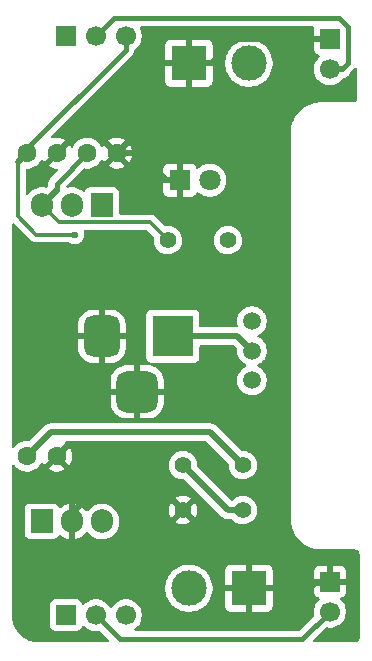
<source format=gbr>
%TF.GenerationSoftware,KiCad,Pcbnew,9.0.3*%
%TF.CreationDate,2025-07-16T16:29:30-04:00*%
%TF.ProjectId,Breadboard_Power_Supply,42726561-6462-46f6-9172-645f506f7765,rev?*%
%TF.SameCoordinates,Original*%
%TF.FileFunction,Copper,L2,Bot*%
%TF.FilePolarity,Positive*%
%FSLAX46Y46*%
G04 Gerber Fmt 4.6, Leading zero omitted, Abs format (unit mm)*
G04 Created by KiCad (PCBNEW 9.0.3) date 2025-07-16 16:29:30*
%MOMM*%
%LPD*%
G01*
G04 APERTURE LIST*
G04 Aperture macros list*
%AMRoundRect*
0 Rectangle with rounded corners*
0 $1 Rounding radius*
0 $2 $3 $4 $5 $6 $7 $8 $9 X,Y pos of 4 corners*
0 Add a 4 corners polygon primitive as box body*
4,1,4,$2,$3,$4,$5,$6,$7,$8,$9,$2,$3,0*
0 Add four circle primitives for the rounded corners*
1,1,$1+$1,$2,$3*
1,1,$1+$1,$4,$5*
1,1,$1+$1,$6,$7*
1,1,$1+$1,$8,$9*
0 Add four rect primitives between the rounded corners*
20,1,$1+$1,$2,$3,$4,$5,0*
20,1,$1+$1,$4,$5,$6,$7,0*
20,1,$1+$1,$6,$7,$8,$9,0*
20,1,$1+$1,$8,$9,$2,$3,0*%
G04 Aperture macros list end*
%TA.AperFunction,ComponentPad*%
%ADD10C,1.600000*%
%TD*%
%TA.AperFunction,ComponentPad*%
%ADD11R,3.000000X3.000000*%
%TD*%
%TA.AperFunction,ComponentPad*%
%ADD12C,3.000000*%
%TD*%
%TA.AperFunction,ComponentPad*%
%ADD13C,1.400000*%
%TD*%
%TA.AperFunction,ComponentPad*%
%ADD14R,1.905000X2.000000*%
%TD*%
%TA.AperFunction,ComponentPad*%
%ADD15O,1.905000X2.000000*%
%TD*%
%TA.AperFunction,ComponentPad*%
%ADD16C,1.508000*%
%TD*%
%TA.AperFunction,ComponentPad*%
%ADD17R,1.700000X1.700000*%
%TD*%
%TA.AperFunction,ComponentPad*%
%ADD18C,1.700000*%
%TD*%
%TA.AperFunction,ComponentPad*%
%ADD19R,1.800000X1.800000*%
%TD*%
%TA.AperFunction,ComponentPad*%
%ADD20C,1.800000*%
%TD*%
%TA.AperFunction,ComponentPad*%
%ADD21R,3.500000X3.500000*%
%TD*%
%TA.AperFunction,ComponentPad*%
%ADD22RoundRect,0.750000X-0.750000X-1.000000X0.750000X-1.000000X0.750000X1.000000X-0.750000X1.000000X0*%
%TD*%
%TA.AperFunction,ComponentPad*%
%ADD23RoundRect,0.875000X-0.875000X-0.875000X0.875000X-0.875000X0.875000X0.875000X-0.875000X0.875000X0*%
%TD*%
%TA.AperFunction,ViaPad*%
%ADD24C,0.600000*%
%TD*%
%TA.AperFunction,Conductor*%
%ADD25C,0.400000*%
%TD*%
%TA.AperFunction,Conductor*%
%ADD26C,0.500000*%
%TD*%
%TA.AperFunction,Conductor*%
%ADD27C,0.300000*%
%TD*%
%TA.AperFunction,Conductor*%
%ADD28C,0.600000*%
%TD*%
G04 APERTURE END LIST*
D10*
%TO.P,C1,1*%
%TO.N,12V*%
X114162000Y-67609500D03*
%TO.P,C1,2*%
%TO.N,GND*%
X116662000Y-67609500D03*
%TD*%
D11*
%TO.P,J7,1,Pin_1*%
%TO.N,GND*%
X127858000Y-104439500D03*
D12*
%TO.P,J7,2,Pin_2*%
%TO.N,Net-(J1-Pin_2)*%
X122778000Y-104439500D03*
%TD*%
D13*
%TO.P,R1,1*%
%TO.N,Net-(D1-A)*%
X126075000Y-74975500D03*
%TO.P,R1,2*%
%TO.N,12V*%
X120995000Y-74975500D03*
%TD*%
%TO.P,R3,1*%
%TO.N,GND*%
X122270000Y-97835500D03*
%TO.P,R3,2*%
%TO.N,Net-(U2-ADJ)*%
X127350000Y-97835500D03*
%TD*%
D10*
%TO.P,C2,1*%
%TO.N,5V*%
X109082000Y-67609500D03*
%TO.P,C2,2*%
%TO.N,GND*%
X111582000Y-67609500D03*
%TD*%
D11*
%TO.P,J5,1,Pin_1*%
%TO.N,GND*%
X122778000Y-59989500D03*
D12*
%TO.P,J5,2,Pin_2*%
%TO.N,Net-(J2-Pin_2)*%
X127858000Y-59989500D03*
%TD*%
D14*
%TO.P,U1,1,VI*%
%TO.N,12V*%
X110332000Y-98785500D03*
D15*
%TO.P,U1,2,GND*%
%TO.N,GND*%
X112872000Y-98785500D03*
%TO.P,U1,3,VO*%
%TO.N,5V*%
X115412000Y-98785500D03*
%TD*%
D14*
%TO.P,U2,1,ADJ*%
%TO.N,Net-(U2-ADJ)*%
X115412000Y-71993500D03*
D15*
%TO.P,U2,2,VO*%
%TO.N,3.3V*%
X112872000Y-71993500D03*
%TO.P,U2,3,VI*%
%TO.N,12V*%
X110332000Y-71993500D03*
%TD*%
D13*
%TO.P,R2,1*%
%TO.N,Net-(U2-ADJ)*%
X122270000Y-94025500D03*
%TO.P,R2,2*%
%TO.N,3.3V*%
X127350000Y-94025500D03*
%TD*%
D10*
%TO.P,C3,1*%
%TO.N,3.3V*%
X109082000Y-93263500D03*
%TO.P,C3,2*%
%TO.N,GND*%
X111582000Y-93263500D03*
%TD*%
D16*
%TO.P,S1,1*%
%TO.N,12V*%
X128112000Y-86833500D03*
%TO.P,S1,2*%
X128112000Y-84333500D03*
%TO.P,S1,3*%
%TO.N,unconnected-(S1-Pad3)*%
X128112000Y-81833500D03*
%TD*%
D17*
%TO.P,J2,1,Pin_1*%
%TO.N,GND*%
X134716000Y-103880700D03*
D18*
%TO.P,J2,2,Pin_2*%
%TO.N,Net-(J2-Pin_2)*%
X134716000Y-106420700D03*
%TD*%
D17*
%TO.P,J1,1,Pin_1*%
%TO.N,GND*%
X134716000Y-57952500D03*
D18*
%TO.P,J1,2,Pin_2*%
%TO.N,Net-(J1-Pin_2)*%
X134716000Y-60492500D03*
%TD*%
D19*
%TO.P,D1,1,K*%
%TO.N,GND*%
X122011000Y-69895500D03*
D20*
%TO.P,D1,2,A*%
%TO.N,Net-(D1-A)*%
X124551000Y-69895500D03*
%TD*%
D21*
%TO.P,J6,1*%
%TO.N,12V*%
X121412000Y-83103500D03*
D22*
%TO.P,J6,2*%
%TO.N,GND*%
X115412000Y-83103500D03*
D23*
%TO.P,J6,3*%
X118412000Y-87803500D03*
%TD*%
D17*
%TO.P,J4,1,Pin_1*%
%TO.N,3.3V*%
X112364000Y-106725500D03*
D18*
%TO.P,J4,2,Pin_2*%
%TO.N,Net-(J2-Pin_2)*%
X114904000Y-106725500D03*
%TO.P,J4,3,Pin_3*%
%TO.N,5V*%
X117444000Y-106725500D03*
%TD*%
D17*
%TO.P,J3,1,Pin_1*%
%TO.N,3.3V*%
X112364000Y-57703500D03*
D18*
%TO.P,J3,2,Pin_2*%
%TO.N,Net-(J1-Pin_2)*%
X114904000Y-57703500D03*
%TO.P,J3,3,Pin_3*%
%TO.N,5V*%
X117444000Y-57703500D03*
%TD*%
D24*
%TO.N,5V*%
X113136200Y-74501500D03*
%TD*%
D25*
%TO.N,12V*%
X111586200Y-70185300D02*
X111586200Y-70739300D01*
D26*
X111586200Y-70739300D02*
X110332000Y-71993500D01*
D27*
X111790000Y-73451500D02*
X110332000Y-71993500D01*
D25*
X114162000Y-67609500D02*
X111586200Y-70185300D01*
D27*
X119471000Y-73451500D02*
X111790000Y-73451500D01*
D26*
X121412000Y-83103500D02*
X126882000Y-83103500D01*
D27*
X120995000Y-74975500D02*
X119471000Y-73451500D01*
D26*
X126882000Y-83103500D02*
X128112000Y-84333500D01*
D25*
%TO.N,GND*%
X113360000Y-65831500D02*
X114884000Y-65831500D01*
X124579700Y-59989500D02*
X126616700Y-57952500D01*
X111582000Y-67609500D02*
X113360000Y-65831500D01*
D26*
X133005500Y-104439500D02*
X133564300Y-103880700D01*
X127858000Y-102407500D02*
X126842000Y-101391500D01*
X125826000Y-101391500D02*
X122270000Y-97835500D01*
X120809300Y-69895500D02*
X118523300Y-67609500D01*
X122778000Y-59989500D02*
X124579700Y-59989500D01*
X122011000Y-69895500D02*
X120809300Y-69895500D01*
X114396000Y-96565500D02*
X112872000Y-98089500D01*
X118523300Y-67609500D02*
X116662000Y-67609500D01*
X112872000Y-98089500D02*
X112872000Y-98785500D01*
D25*
X126616700Y-57952500D02*
X134716000Y-57952500D01*
D26*
X127858000Y-104439500D02*
X133005500Y-104439500D01*
X121000000Y-96565500D02*
X114396000Y-96565500D01*
D25*
X114884000Y-65831500D02*
X116662000Y-67609500D01*
D26*
X126842000Y-101391500D02*
X125826000Y-101391500D01*
X122270000Y-97835500D02*
X121000000Y-96565500D01*
D28*
X134716000Y-103880700D02*
X133564300Y-103880700D01*
D26*
X127858000Y-104439500D02*
X127858000Y-102407500D01*
D27*
%TO.N,5V*%
X108300000Y-72943500D02*
X109858000Y-74501500D01*
D26*
X109082000Y-67609500D02*
X108300000Y-68391500D01*
D25*
X117444000Y-57703500D02*
X117444000Y-58846500D01*
D26*
X109082000Y-67208500D02*
X109082000Y-67609500D01*
D27*
X109858000Y-74501500D02*
X113136200Y-74501500D01*
D25*
X117444000Y-58846500D02*
X109082000Y-67208500D01*
D27*
X108300000Y-68391500D02*
X108300000Y-72943500D01*
D26*
%TO.N,3.3V*%
X109082000Y-93263500D02*
X111114000Y-91231500D01*
X124556000Y-91231500D02*
X127350000Y-94025500D01*
X111114000Y-91231500D02*
X124556000Y-91231500D01*
%TO.N,Net-(J1-Pin_2)*%
X134716000Y-60492500D02*
X135737000Y-60492500D01*
D25*
X135737000Y-60492500D02*
X136240000Y-59989500D01*
X116086500Y-56521000D02*
X114904000Y-57703500D01*
X136240000Y-56941500D02*
X135819500Y-56521000D01*
X116428000Y-56179500D02*
X116086500Y-56521000D01*
X136240000Y-59989500D02*
X136240000Y-56941500D01*
X135819500Y-56521000D02*
X135478000Y-56179500D01*
X135478000Y-56179500D02*
X116428000Y-56179500D01*
%TO.N,Net-(J2-Pin_2)*%
X132379200Y-108757500D02*
X134716000Y-106420700D01*
X116936000Y-108757500D02*
X132379200Y-108757500D01*
X114904000Y-106725500D02*
X116936000Y-108757500D01*
D26*
%TO.N,Net-(U2-ADJ)*%
X127350000Y-97835500D02*
X126080000Y-97835500D01*
X126080000Y-97835500D02*
X122270000Y-94025500D01*
%TD*%
%TA.AperFunction,Conductor*%
%TO.N,GND*%
G36*
X133313772Y-56899685D02*
G01*
X133359527Y-56952489D01*
X133370022Y-57017256D01*
X133366000Y-57054655D01*
X133366000Y-57702500D01*
X134282988Y-57702500D01*
X134250075Y-57759507D01*
X134216000Y-57886674D01*
X134216000Y-58018326D01*
X134250075Y-58145493D01*
X134282988Y-58202500D01*
X133366000Y-58202500D01*
X133366000Y-58850344D01*
X133372401Y-58909872D01*
X133372403Y-58909879D01*
X133422645Y-59044586D01*
X133422649Y-59044593D01*
X133508809Y-59159687D01*
X133508812Y-59159690D01*
X133623906Y-59245850D01*
X133623913Y-59245854D01*
X133755470Y-59294922D01*
X133811404Y-59336793D01*
X133835821Y-59402258D01*
X133820969Y-59470531D01*
X133799819Y-59498785D01*
X133685889Y-59612715D01*
X133560951Y-59784679D01*
X133464444Y-59974085D01*
X133398753Y-60176260D01*
X133371316Y-60349495D01*
X133365500Y-60386213D01*
X133365500Y-60598787D01*
X133398754Y-60808743D01*
X133451448Y-60970919D01*
X133464444Y-61010914D01*
X133560951Y-61200320D01*
X133685890Y-61372286D01*
X133836213Y-61522609D01*
X134008179Y-61647548D01*
X134008181Y-61647549D01*
X134008184Y-61647551D01*
X134197588Y-61744057D01*
X134399757Y-61809746D01*
X134609713Y-61843000D01*
X134609714Y-61843000D01*
X134822286Y-61843000D01*
X134822287Y-61843000D01*
X135032243Y-61809746D01*
X135234412Y-61744057D01*
X135423816Y-61647551D01*
X135493570Y-61596872D01*
X135595786Y-61522609D01*
X135595788Y-61522606D01*
X135595792Y-61522604D01*
X135746104Y-61372292D01*
X135816432Y-61275491D01*
X135871762Y-61232825D01*
X135892548Y-61226761D01*
X135955913Y-61214158D01*
X136092495Y-61157584D01*
X136215416Y-61075451D01*
X136319951Y-60970916D01*
X136402084Y-60847995D01*
X136413803Y-60819700D01*
X136440680Y-60779475D01*
X136784113Y-60436043D01*
X136784117Y-60436035D01*
X136787971Y-60431341D01*
X136789548Y-60432635D01*
X136835996Y-60393809D01*
X136905320Y-60385093D01*
X136968351Y-60415240D01*
X137005078Y-60474679D01*
X137009500Y-60507499D01*
X137009500Y-63027742D01*
X137007973Y-63047141D01*
X136999773Y-63098911D01*
X136987785Y-63135807D01*
X136968474Y-63173707D01*
X136945670Y-63205093D01*
X136915593Y-63235170D01*
X136884207Y-63257974D01*
X136846307Y-63277285D01*
X136809411Y-63289273D01*
X136779068Y-63294079D01*
X136757639Y-63297473D01*
X136738243Y-63299000D01*
X133800809Y-63299000D01*
X133618326Y-63321157D01*
X133496670Y-63335929D01*
X133345775Y-63373121D01*
X133199190Y-63409251D01*
X132973746Y-63494751D01*
X132912730Y-63517892D01*
X132912727Y-63517893D01*
X132912723Y-63517895D01*
X132912722Y-63517895D01*
X132641459Y-63660266D01*
X132641448Y-63660272D01*
X132389307Y-63834311D01*
X132389301Y-63834316D01*
X132159979Y-64037477D01*
X132159977Y-64037479D01*
X131956816Y-64266801D01*
X131956811Y-64266807D01*
X131782772Y-64518948D01*
X131782766Y-64518959D01*
X131640395Y-64790222D01*
X131640395Y-64790223D01*
X131640393Y-64790227D01*
X131640392Y-64790230D01*
X131617251Y-64851246D01*
X131531751Y-65076690D01*
X131531750Y-65076696D01*
X131458429Y-65374170D01*
X131443657Y-65495826D01*
X131421500Y-65678309D01*
X131421500Y-98750690D01*
X131421561Y-98751190D01*
X131458429Y-99054830D01*
X131475283Y-99123208D01*
X131531751Y-99352309D01*
X131559506Y-99425491D01*
X131640392Y-99638770D01*
X131640394Y-99638774D01*
X131640395Y-99638776D01*
X131640395Y-99638777D01*
X131782766Y-99910040D01*
X131782772Y-99910051D01*
X131956811Y-100162192D01*
X131956816Y-100162198D01*
X132159977Y-100391520D01*
X132159979Y-100391522D01*
X132389301Y-100594683D01*
X132389307Y-100594688D01*
X132508567Y-100677006D01*
X132641447Y-100768727D01*
X132912730Y-100911108D01*
X133135621Y-100995639D01*
X133199190Y-101019748D01*
X133199192Y-101019748D01*
X133199196Y-101019750D01*
X133496670Y-101093071D01*
X133731874Y-101121629D01*
X133800809Y-101130000D01*
X133800812Y-101130000D01*
X133888108Y-101130000D01*
X136682108Y-101130000D01*
X136741039Y-101130000D01*
X136754922Y-101130780D01*
X136763353Y-101131730D01*
X136848831Y-101141361D01*
X136875892Y-101147537D01*
X136958481Y-101176437D01*
X136983491Y-101188480D01*
X137057581Y-101235034D01*
X137079290Y-101252347D01*
X137141152Y-101314209D01*
X137158465Y-101335918D01*
X137205017Y-101410005D01*
X137217064Y-101435022D01*
X137245960Y-101517601D01*
X137252139Y-101544672D01*
X137262720Y-101638577D01*
X137263500Y-101652461D01*
X137263500Y-108496538D01*
X137262720Y-108510422D01*
X137252139Y-108604327D01*
X137245960Y-108631398D01*
X137217064Y-108713977D01*
X137205017Y-108738994D01*
X137158465Y-108813081D01*
X137141152Y-108834790D01*
X137079290Y-108896652D01*
X137057581Y-108913965D01*
X136983494Y-108960517D01*
X136958477Y-108972564D01*
X136875898Y-109001460D01*
X136848827Y-109007639D01*
X136754923Y-109018220D01*
X136741039Y-109019000D01*
X133407719Y-109019000D01*
X133340680Y-108999315D01*
X133294925Y-108946511D01*
X133284981Y-108877353D01*
X133314006Y-108813797D01*
X133320038Y-108807319D01*
X133523030Y-108604327D01*
X134346150Y-107781205D01*
X134407471Y-107747722D01*
X134453227Y-107746415D01*
X134511244Y-107755604D01*
X134609713Y-107771200D01*
X134609714Y-107771200D01*
X134822286Y-107771200D01*
X134822287Y-107771200D01*
X135032243Y-107737946D01*
X135234412Y-107672257D01*
X135423816Y-107575751D01*
X135445789Y-107559786D01*
X135595786Y-107450809D01*
X135595788Y-107450806D01*
X135595792Y-107450804D01*
X135746104Y-107300492D01*
X135746106Y-107300488D01*
X135746109Y-107300486D01*
X135871048Y-107128520D01*
X135871047Y-107128520D01*
X135871051Y-107128516D01*
X135967557Y-106939112D01*
X136033246Y-106736943D01*
X136066500Y-106526987D01*
X136066500Y-106314413D01*
X136033246Y-106104457D01*
X135967557Y-105902288D01*
X135871051Y-105712884D01*
X135871049Y-105712881D01*
X135871048Y-105712879D01*
X135746109Y-105540913D01*
X135632181Y-105426985D01*
X135598696Y-105365662D01*
X135603680Y-105295970D01*
X135645552Y-105240037D01*
X135676529Y-105223122D01*
X135808086Y-105174054D01*
X135808093Y-105174050D01*
X135923187Y-105087890D01*
X135923190Y-105087887D01*
X136009350Y-104972793D01*
X136009354Y-104972786D01*
X136059596Y-104838079D01*
X136059598Y-104838072D01*
X136065999Y-104778544D01*
X136066000Y-104778527D01*
X136066000Y-104130700D01*
X135149012Y-104130700D01*
X135181925Y-104073693D01*
X135216000Y-103946526D01*
X135216000Y-103814874D01*
X135181925Y-103687707D01*
X135149012Y-103630700D01*
X136066000Y-103630700D01*
X136066000Y-102982872D01*
X136065999Y-102982855D01*
X136059598Y-102923327D01*
X136059596Y-102923320D01*
X136009354Y-102788613D01*
X136009350Y-102788606D01*
X135923190Y-102673512D01*
X135923187Y-102673509D01*
X135808093Y-102587349D01*
X135808086Y-102587345D01*
X135673379Y-102537103D01*
X135673372Y-102537101D01*
X135613844Y-102530700D01*
X134966000Y-102530700D01*
X134966000Y-103447688D01*
X134908993Y-103414775D01*
X134781826Y-103380700D01*
X134650174Y-103380700D01*
X134523007Y-103414775D01*
X134466000Y-103447688D01*
X134466000Y-102530700D01*
X133818155Y-102530700D01*
X133758627Y-102537101D01*
X133758620Y-102537103D01*
X133623913Y-102587345D01*
X133623906Y-102587349D01*
X133508812Y-102673509D01*
X133508809Y-102673512D01*
X133422649Y-102788606D01*
X133422645Y-102788613D01*
X133372403Y-102923320D01*
X133372401Y-102923327D01*
X133366000Y-102982855D01*
X133366000Y-103630700D01*
X134282988Y-103630700D01*
X134250075Y-103687707D01*
X134216000Y-103814874D01*
X134216000Y-103946526D01*
X134250075Y-104073693D01*
X134282988Y-104130700D01*
X133366000Y-104130700D01*
X133366000Y-104778544D01*
X133372401Y-104838072D01*
X133372403Y-104838079D01*
X133422645Y-104972786D01*
X133422649Y-104972793D01*
X133508809Y-105087887D01*
X133508812Y-105087890D01*
X133623906Y-105174050D01*
X133623913Y-105174054D01*
X133755470Y-105223122D01*
X133811404Y-105264993D01*
X133835821Y-105330458D01*
X133820969Y-105398731D01*
X133799819Y-105426985D01*
X133685889Y-105540915D01*
X133560951Y-105712879D01*
X133464444Y-105902285D01*
X133464443Y-105902287D01*
X133464443Y-105902288D01*
X133431598Y-106003372D01*
X133398753Y-106104460D01*
X133365500Y-106314413D01*
X133365500Y-106526987D01*
X133365499Y-106526987D01*
X133390284Y-106683471D01*
X133381329Y-106752764D01*
X133355492Y-106790549D01*
X132125362Y-108020681D01*
X132064039Y-108054166D01*
X132037681Y-108057000D01*
X118290589Y-108057000D01*
X118223550Y-108037315D01*
X118177795Y-107984511D01*
X118167851Y-107915353D01*
X118196876Y-107851797D01*
X118217704Y-107832682D01*
X118323785Y-107755609D01*
X118323783Y-107755609D01*
X118323792Y-107755604D01*
X118474104Y-107605292D01*
X118474106Y-107605288D01*
X118474109Y-107605286D01*
X118599048Y-107433320D01*
X118599047Y-107433320D01*
X118599051Y-107433316D01*
X118695557Y-107243912D01*
X118761246Y-107041743D01*
X118794500Y-106831787D01*
X118794500Y-106619213D01*
X118761246Y-106409257D01*
X118695557Y-106207088D01*
X118599051Y-106017684D01*
X118599049Y-106017681D01*
X118599048Y-106017679D01*
X118474109Y-105845713D01*
X118323786Y-105695390D01*
X118151820Y-105570451D01*
X117962414Y-105473944D01*
X117962413Y-105473943D01*
X117962412Y-105473943D01*
X117760243Y-105408254D01*
X117760241Y-105408253D01*
X117760240Y-105408253D01*
X117598957Y-105382708D01*
X117550287Y-105375000D01*
X117337713Y-105375000D01*
X117289042Y-105382708D01*
X117127760Y-105408253D01*
X116925585Y-105473944D01*
X116736179Y-105570451D01*
X116564213Y-105695390D01*
X116413890Y-105845713D01*
X116288949Y-106017682D01*
X116284484Y-106026446D01*
X116236509Y-106077242D01*
X116168688Y-106094036D01*
X116102553Y-106071498D01*
X116063516Y-106026446D01*
X116059050Y-106017682D01*
X115934109Y-105845713D01*
X115783786Y-105695390D01*
X115611820Y-105570451D01*
X115422414Y-105473944D01*
X115422413Y-105473943D01*
X115422412Y-105473943D01*
X115220243Y-105408254D01*
X115220241Y-105408253D01*
X115220240Y-105408253D01*
X115058957Y-105382708D01*
X115010287Y-105375000D01*
X114797713Y-105375000D01*
X114749042Y-105382708D01*
X114587760Y-105408253D01*
X114385585Y-105473944D01*
X114196179Y-105570451D01*
X114024215Y-105695389D01*
X113910673Y-105808931D01*
X113849350Y-105842415D01*
X113779658Y-105837431D01*
X113723725Y-105795559D01*
X113706810Y-105764582D01*
X113657797Y-105633171D01*
X113657793Y-105633164D01*
X113571547Y-105517955D01*
X113571544Y-105517952D01*
X113456335Y-105431706D01*
X113456328Y-105431702D01*
X113321482Y-105381408D01*
X113321483Y-105381408D01*
X113261883Y-105375001D01*
X113261881Y-105375000D01*
X113261873Y-105375000D01*
X113261864Y-105375000D01*
X111466129Y-105375000D01*
X111466123Y-105375001D01*
X111406516Y-105381408D01*
X111271671Y-105431702D01*
X111271664Y-105431706D01*
X111156455Y-105517952D01*
X111156452Y-105517955D01*
X111070206Y-105633164D01*
X111070202Y-105633171D01*
X111019908Y-105768017D01*
X111013501Y-105827616D01*
X111013500Y-105827635D01*
X111013500Y-107623370D01*
X111013501Y-107623376D01*
X111019908Y-107682983D01*
X111070202Y-107817828D01*
X111070206Y-107817835D01*
X111156452Y-107933044D01*
X111156455Y-107933047D01*
X111271664Y-108019293D01*
X111271671Y-108019297D01*
X111406517Y-108069591D01*
X111406516Y-108069591D01*
X111413444Y-108070335D01*
X111466127Y-108076000D01*
X113261872Y-108075999D01*
X113321483Y-108069591D01*
X113456331Y-108019296D01*
X113571546Y-107933046D01*
X113657796Y-107817831D01*
X113706810Y-107686416D01*
X113748681Y-107630484D01*
X113814145Y-107606066D01*
X113882418Y-107620917D01*
X113910673Y-107642069D01*
X114024213Y-107755609D01*
X114196179Y-107880548D01*
X114196181Y-107880549D01*
X114196184Y-107880551D01*
X114385588Y-107977057D01*
X114587757Y-108042746D01*
X114797713Y-108076000D01*
X114797714Y-108076000D01*
X115010286Y-108076000D01*
X115010287Y-108076000D01*
X115166771Y-108051215D01*
X115236064Y-108060170D01*
X115273850Y-108086007D01*
X115995162Y-108807319D01*
X116028647Y-108868642D01*
X116023663Y-108938334D01*
X115981791Y-108994267D01*
X115916327Y-109018684D01*
X115907481Y-109019000D01*
X110081751Y-109019000D01*
X110074264Y-109018774D01*
X109809035Y-109002730D01*
X109794170Y-109000925D01*
X109536501Y-108953705D01*
X109521963Y-108950121D01*
X109271881Y-108872193D01*
X109257880Y-108866884D01*
X109018996Y-108759371D01*
X109005737Y-108752412D01*
X108781562Y-108616893D01*
X108769239Y-108608387D01*
X108563029Y-108446832D01*
X108551821Y-108436902D01*
X108366597Y-108251678D01*
X108356667Y-108240470D01*
X108343156Y-108223224D01*
X108195108Y-108034254D01*
X108186610Y-108021943D01*
X108051084Y-107797756D01*
X108044131Y-107784510D01*
X107936613Y-107545614D01*
X107931306Y-107531618D01*
X107900675Y-107433320D01*
X107853377Y-107281535D01*
X107849794Y-107266998D01*
X107802574Y-107009329D01*
X107800769Y-106994464D01*
X107784726Y-106729236D01*
X107784500Y-106721749D01*
X107784500Y-104308372D01*
X120777500Y-104308372D01*
X120777500Y-104570627D01*
X120789423Y-104661184D01*
X120811730Y-104830616D01*
X120849826Y-104972793D01*
X120879602Y-105083918D01*
X120879605Y-105083928D01*
X120979953Y-105326190D01*
X120979958Y-105326200D01*
X121111075Y-105553303D01*
X121270718Y-105761351D01*
X121270726Y-105761360D01*
X121456140Y-105946774D01*
X121456148Y-105946781D01*
X121664196Y-106106424D01*
X121891299Y-106237541D01*
X121891309Y-106237546D01*
X122034096Y-106296690D01*
X122133581Y-106337898D01*
X122386884Y-106405770D01*
X122635188Y-106438460D01*
X122643074Y-106439499D01*
X122646880Y-106440000D01*
X122646887Y-106440000D01*
X122909113Y-106440000D01*
X122909120Y-106440000D01*
X123169116Y-106405770D01*
X123422419Y-106337898D01*
X123664697Y-106237543D01*
X123891803Y-106106424D01*
X124099851Y-105946782D01*
X124099855Y-105946777D01*
X124099860Y-105946774D01*
X124285274Y-105761360D01*
X124285277Y-105761355D01*
X124285282Y-105761351D01*
X124444924Y-105553303D01*
X124576043Y-105326197D01*
X124588564Y-105295970D01*
X124676394Y-105083928D01*
X124676398Y-105083919D01*
X124744270Y-104830616D01*
X124778500Y-104570620D01*
X124778500Y-104308380D01*
X124744270Y-104048384D01*
X124676398Y-103795081D01*
X124584696Y-103573693D01*
X124576046Y-103552809D01*
X124576041Y-103552799D01*
X124444924Y-103325696D01*
X124285281Y-103117648D01*
X124285274Y-103117640D01*
X124099860Y-102932226D01*
X124099851Y-102932218D01*
X124046989Y-102891655D01*
X125858000Y-102891655D01*
X125858000Y-104189500D01*
X127138936Y-104189500D01*
X127127207Y-104217816D01*
X127098000Y-104364647D01*
X127098000Y-104514353D01*
X127127207Y-104661184D01*
X127138936Y-104689500D01*
X125858000Y-104689500D01*
X125858000Y-105987344D01*
X125864401Y-106046872D01*
X125864403Y-106046879D01*
X125914645Y-106181586D01*
X125914649Y-106181593D01*
X126000809Y-106296687D01*
X126000812Y-106296690D01*
X126115906Y-106382850D01*
X126115913Y-106382854D01*
X126250620Y-106433096D01*
X126250627Y-106433098D01*
X126310155Y-106439499D01*
X126310172Y-106439500D01*
X127608000Y-106439500D01*
X127608000Y-105158564D01*
X127636316Y-105170293D01*
X127783147Y-105199500D01*
X127932853Y-105199500D01*
X128079684Y-105170293D01*
X128108000Y-105158564D01*
X128108000Y-106439500D01*
X129405828Y-106439500D01*
X129405844Y-106439499D01*
X129465372Y-106433098D01*
X129465379Y-106433096D01*
X129600086Y-106382854D01*
X129600093Y-106382850D01*
X129715187Y-106296690D01*
X129715190Y-106296687D01*
X129801350Y-106181593D01*
X129801354Y-106181586D01*
X129851596Y-106046879D01*
X129851598Y-106046872D01*
X129857999Y-105987344D01*
X129858000Y-105987327D01*
X129858000Y-104689500D01*
X128577064Y-104689500D01*
X128588793Y-104661184D01*
X128618000Y-104514353D01*
X128618000Y-104364647D01*
X128588793Y-104217816D01*
X128577064Y-104189500D01*
X129858000Y-104189500D01*
X129858000Y-102891672D01*
X129857999Y-102891655D01*
X129851598Y-102832127D01*
X129851596Y-102832120D01*
X129801354Y-102697413D01*
X129801350Y-102697406D01*
X129715190Y-102582312D01*
X129715187Y-102582309D01*
X129600093Y-102496149D01*
X129600086Y-102496145D01*
X129465379Y-102445903D01*
X129465372Y-102445901D01*
X129405844Y-102439500D01*
X128108000Y-102439500D01*
X128108000Y-103720435D01*
X128079684Y-103708707D01*
X127932853Y-103679500D01*
X127783147Y-103679500D01*
X127636316Y-103708707D01*
X127608000Y-103720435D01*
X127608000Y-102439500D01*
X126310155Y-102439500D01*
X126250627Y-102445901D01*
X126250620Y-102445903D01*
X126115913Y-102496145D01*
X126115906Y-102496149D01*
X126000812Y-102582309D01*
X126000809Y-102582312D01*
X125914649Y-102697406D01*
X125914645Y-102697413D01*
X125864403Y-102832120D01*
X125864401Y-102832127D01*
X125858000Y-102891655D01*
X124046989Y-102891655D01*
X123891803Y-102772575D01*
X123664700Y-102641458D01*
X123664690Y-102641453D01*
X123422428Y-102541105D01*
X123422421Y-102541103D01*
X123422419Y-102541102D01*
X123169116Y-102473230D01*
X123111339Y-102465623D01*
X122909127Y-102439000D01*
X122909120Y-102439000D01*
X122646880Y-102439000D01*
X122646872Y-102439000D01*
X122415772Y-102469426D01*
X122386884Y-102473230D01*
X122301364Y-102496145D01*
X122133581Y-102541102D01*
X122133571Y-102541105D01*
X121891309Y-102641453D01*
X121891299Y-102641458D01*
X121664196Y-102772575D01*
X121456148Y-102932218D01*
X121270718Y-103117648D01*
X121111075Y-103325696D01*
X120979958Y-103552799D01*
X120979953Y-103552809D01*
X120879605Y-103795071D01*
X120879602Y-103795081D01*
X120811730Y-104048385D01*
X120777500Y-104308372D01*
X107784500Y-104308372D01*
X107784500Y-97737635D01*
X108879000Y-97737635D01*
X108879000Y-99833370D01*
X108879001Y-99833376D01*
X108885408Y-99892983D01*
X108935702Y-100027828D01*
X108935706Y-100027835D01*
X109021952Y-100143044D01*
X109021955Y-100143047D01*
X109137164Y-100229293D01*
X109137171Y-100229297D01*
X109272017Y-100279591D01*
X109272016Y-100279591D01*
X109278944Y-100280335D01*
X109331627Y-100286000D01*
X111332372Y-100285999D01*
X111391983Y-100279591D01*
X111526831Y-100229296D01*
X111642046Y-100143046D01*
X111728296Y-100027831D01*
X111738872Y-99999474D01*
X111780740Y-99943541D01*
X111846204Y-99919122D01*
X111914477Y-99933972D01*
X111927940Y-99942488D01*
X112110723Y-100075288D01*
X112314429Y-100179082D01*
X112531871Y-100249734D01*
X112622000Y-100264009D01*
X112622000Y-99276247D01*
X112659708Y-99298018D01*
X112799591Y-99335500D01*
X112944409Y-99335500D01*
X113084292Y-99298018D01*
X113122000Y-99276247D01*
X113122000Y-100264008D01*
X113212128Y-100249734D01*
X113429570Y-100179082D01*
X113633276Y-100075288D01*
X113818242Y-99940902D01*
X113979905Y-99779239D01*
X114041371Y-99694637D01*
X114096701Y-99651970D01*
X114166314Y-99645991D01*
X114228109Y-99678596D01*
X114242007Y-99694634D01*
X114303714Y-99779566D01*
X114465434Y-99941286D01*
X114650462Y-100075717D01*
X114724443Y-100113412D01*
X114854244Y-100179549D01*
X115071751Y-100250221D01*
X115071752Y-100250221D01*
X115071755Y-100250222D01*
X115297646Y-100286000D01*
X115297647Y-100286000D01*
X115526353Y-100286000D01*
X115526354Y-100286000D01*
X115752245Y-100250222D01*
X115752248Y-100250221D01*
X115752249Y-100250221D01*
X115969755Y-100179549D01*
X115969755Y-100179548D01*
X115969758Y-100179548D01*
X116173538Y-100075717D01*
X116358566Y-99941286D01*
X116520286Y-99779566D01*
X116654717Y-99594538D01*
X116758548Y-99390758D01*
X116788681Y-99298018D01*
X116829221Y-99173249D01*
X116829221Y-99173248D01*
X116829222Y-99173245D01*
X116865000Y-98947354D01*
X116865000Y-98843382D01*
X121615669Y-98843382D01*
X121615670Y-98843383D01*
X121641059Y-98861829D01*
X121809362Y-98947585D01*
X121988997Y-99005951D01*
X122175553Y-99035500D01*
X122364447Y-99035500D01*
X122551002Y-99005951D01*
X122730637Y-98947585D01*
X122898937Y-98861831D01*
X122924328Y-98843383D01*
X122924328Y-98843382D01*
X122270001Y-98189054D01*
X122270000Y-98189054D01*
X121615669Y-98843382D01*
X116865000Y-98843382D01*
X116865000Y-98623646D01*
X116829222Y-98397755D01*
X116829221Y-98397751D01*
X116829221Y-98397750D01*
X116758549Y-98180244D01*
X116725596Y-98115570D01*
X116654717Y-97976462D01*
X116520286Y-97791434D01*
X116469904Y-97741052D01*
X121070000Y-97741052D01*
X121070000Y-97929947D01*
X121099548Y-98116502D01*
X121157914Y-98296137D01*
X121243666Y-98464433D01*
X121262116Y-98489828D01*
X121916446Y-97835500D01*
X121916446Y-97835499D01*
X121870369Y-97789422D01*
X121920000Y-97789422D01*
X121920000Y-97881578D01*
X121943852Y-97970595D01*
X121989930Y-98050405D01*
X122055095Y-98115570D01*
X122134905Y-98161648D01*
X122223922Y-98185500D01*
X122316078Y-98185500D01*
X122405095Y-98161648D01*
X122484905Y-98115570D01*
X122550070Y-98050405D01*
X122596148Y-97970595D01*
X122620000Y-97881578D01*
X122620000Y-97835499D01*
X122623554Y-97835499D01*
X122623554Y-97835500D01*
X123277882Y-98489828D01*
X123277883Y-98489828D01*
X123296331Y-98464437D01*
X123382085Y-98296137D01*
X123440451Y-98116502D01*
X123470000Y-97929947D01*
X123470000Y-97741052D01*
X123440451Y-97554497D01*
X123382085Y-97374862D01*
X123296329Y-97206559D01*
X123277883Y-97181170D01*
X123277882Y-97181169D01*
X122623554Y-97835499D01*
X122620000Y-97835499D01*
X122620000Y-97789422D01*
X122596148Y-97700405D01*
X122550070Y-97620595D01*
X122484905Y-97555430D01*
X122405095Y-97509352D01*
X122316078Y-97485500D01*
X122223922Y-97485500D01*
X122134905Y-97509352D01*
X122055095Y-97555430D01*
X121989930Y-97620595D01*
X121943852Y-97700405D01*
X121920000Y-97789422D01*
X121870369Y-97789422D01*
X121262116Y-97181169D01*
X121262116Y-97181170D01*
X121243669Y-97206560D01*
X121157914Y-97374862D01*
X121099548Y-97554497D01*
X121070000Y-97741052D01*
X116469904Y-97741052D01*
X116358566Y-97629714D01*
X116173538Y-97495283D01*
X116147363Y-97481946D01*
X115969755Y-97391450D01*
X115752248Y-97320778D01*
X115566812Y-97291408D01*
X115526354Y-97285000D01*
X115297646Y-97285000D01*
X115257188Y-97291408D01*
X115071753Y-97320778D01*
X115071750Y-97320778D01*
X114854244Y-97391450D01*
X114650461Y-97495283D01*
X114584550Y-97543171D01*
X114465434Y-97629714D01*
X114465432Y-97629716D01*
X114465431Y-97629716D01*
X114303716Y-97791431D01*
X114303709Y-97791440D01*
X114242007Y-97876364D01*
X114186677Y-97919030D01*
X114117063Y-97925008D01*
X114055269Y-97892401D01*
X114041372Y-97876363D01*
X113979907Y-97791763D01*
X113979902Y-97791757D01*
X113818242Y-97630097D01*
X113633276Y-97495711D01*
X113429568Y-97391917D01*
X113212124Y-97321265D01*
X113122000Y-97306990D01*
X113122000Y-98294752D01*
X113084292Y-98272982D01*
X112944409Y-98235500D01*
X112799591Y-98235500D01*
X112659708Y-98272982D01*
X112622000Y-98294752D01*
X112622000Y-97306990D01*
X112621999Y-97306990D01*
X112531875Y-97321265D01*
X112314431Y-97391917D01*
X112110719Y-97495713D01*
X111927939Y-97628510D01*
X111862132Y-97651990D01*
X111794079Y-97636164D01*
X111745384Y-97586058D01*
X111738875Y-97571533D01*
X111728296Y-97543169D01*
X111728295Y-97543167D01*
X111728293Y-97543164D01*
X111642047Y-97427955D01*
X111642044Y-97427952D01*
X111526835Y-97341706D01*
X111526828Y-97341702D01*
X111391982Y-97291408D01*
X111391983Y-97291408D01*
X111332383Y-97285001D01*
X111332381Y-97285000D01*
X111332373Y-97285000D01*
X111332364Y-97285000D01*
X109331629Y-97285000D01*
X109331623Y-97285001D01*
X109272016Y-97291408D01*
X109137171Y-97341702D01*
X109137164Y-97341706D01*
X109021955Y-97427952D01*
X109021952Y-97427955D01*
X108935706Y-97543164D01*
X108935702Y-97543171D01*
X108885408Y-97678017D01*
X108879001Y-97737616D01*
X108879000Y-97737635D01*
X107784500Y-97737635D01*
X107784500Y-96827616D01*
X121615669Y-96827616D01*
X122270000Y-97481946D01*
X122270001Y-97481946D01*
X122924328Y-96827616D01*
X122898933Y-96809166D01*
X122730637Y-96723414D01*
X122551002Y-96665048D01*
X122364447Y-96635500D01*
X122175553Y-96635500D01*
X121988997Y-96665048D01*
X121809362Y-96723414D01*
X121641060Y-96809169D01*
X121615670Y-96827616D01*
X121615669Y-96827616D01*
X107784500Y-96827616D01*
X107784500Y-94071819D01*
X107804185Y-94004780D01*
X107856989Y-93959025D01*
X107926147Y-93949081D01*
X107989703Y-93978106D01*
X108008818Y-93998934D01*
X108019599Y-94013773D01*
X108090030Y-94110715D01*
X108234786Y-94255471D01*
X108355226Y-94342974D01*
X108400390Y-94375787D01*
X108516607Y-94435003D01*
X108582776Y-94468718D01*
X108582778Y-94468718D01*
X108582781Y-94468720D01*
X108687137Y-94502627D01*
X108777465Y-94531977D01*
X108878557Y-94547988D01*
X108979648Y-94564000D01*
X108979649Y-94564000D01*
X109184351Y-94564000D01*
X109184352Y-94564000D01*
X109386534Y-94531977D01*
X109581219Y-94468720D01*
X109763610Y-94375787D01*
X109858814Y-94306618D01*
X109929213Y-94255471D01*
X109929215Y-94255468D01*
X109929219Y-94255466D01*
X110073966Y-94110719D01*
X110073968Y-94110715D01*
X110073971Y-94110713D01*
X110194286Y-93945111D01*
X110194415Y-93944859D01*
X110221795Y-93891121D01*
X110269769Y-93840326D01*
X110337589Y-93823530D01*
X110403725Y-93846067D01*
X110442765Y-93891121D01*
X110470141Y-93944850D01*
X110470147Y-93944859D01*
X110502523Y-93989421D01*
X110502524Y-93989422D01*
X111182000Y-93309946D01*
X111182000Y-93316161D01*
X111209259Y-93417894D01*
X111261920Y-93509106D01*
X111336394Y-93583580D01*
X111427606Y-93636241D01*
X111529339Y-93663500D01*
X111535553Y-93663500D01*
X110856076Y-94342974D01*
X110900650Y-94375359D01*
X111082968Y-94468255D01*
X111277582Y-94531490D01*
X111479683Y-94563500D01*
X111684317Y-94563500D01*
X111886417Y-94531490D01*
X112081031Y-94468255D01*
X112263349Y-94375359D01*
X112307921Y-94342974D01*
X111628447Y-93663500D01*
X111634661Y-93663500D01*
X111736394Y-93636241D01*
X111827606Y-93583580D01*
X111902080Y-93509106D01*
X111954741Y-93417894D01*
X111982000Y-93316161D01*
X111982000Y-93309947D01*
X112661474Y-93989421D01*
X112693859Y-93944849D01*
X112700909Y-93931013D01*
X121069500Y-93931013D01*
X121069500Y-94119986D01*
X121099059Y-94306618D01*
X121157454Y-94486336D01*
X121243240Y-94654699D01*
X121354310Y-94807573D01*
X121487927Y-94941190D01*
X121640801Y-95052260D01*
X121720347Y-95092790D01*
X121809163Y-95138045D01*
X121809165Y-95138045D01*
X121809168Y-95138047D01*
X121905497Y-95169346D01*
X121988881Y-95196440D01*
X122175514Y-95226000D01*
X122357771Y-95226000D01*
X122424810Y-95245685D01*
X122445452Y-95262319D01*
X125497049Y-98313916D01*
X125601584Y-98418451D01*
X125601587Y-98418453D01*
X125601588Y-98418454D01*
X125724503Y-98500583D01*
X125724506Y-98500585D01*
X125774665Y-98521361D01*
X125781080Y-98524018D01*
X125861088Y-98557159D01*
X125977241Y-98580263D01*
X126000380Y-98584865D01*
X126006081Y-98586000D01*
X126006082Y-98586000D01*
X126006083Y-98586000D01*
X126153918Y-98586000D01*
X126351375Y-98586000D01*
X126418414Y-98605685D01*
X126439056Y-98622319D01*
X126567927Y-98751190D01*
X126720801Y-98862260D01*
X126800347Y-98902790D01*
X126889163Y-98948045D01*
X126889165Y-98948045D01*
X126889168Y-98948047D01*
X126985497Y-98979346D01*
X127068881Y-99006440D01*
X127255514Y-99036000D01*
X127255519Y-99036000D01*
X127444486Y-99036000D01*
X127631118Y-99006440D01*
X127632623Y-99005951D01*
X127810832Y-98948047D01*
X127979199Y-98862260D01*
X128132073Y-98751190D01*
X128265690Y-98617573D01*
X128376760Y-98464699D01*
X128462547Y-98296332D01*
X128520940Y-98116618D01*
X128531427Y-98050405D01*
X128550500Y-97929986D01*
X128550500Y-97741013D01*
X128520940Y-97554381D01*
X128479860Y-97427952D01*
X128462547Y-97374668D01*
X128462545Y-97374665D01*
X128462545Y-97374663D01*
X128416859Y-97285000D01*
X128376760Y-97206301D01*
X128265690Y-97053427D01*
X128132073Y-96919810D01*
X127979199Y-96808740D01*
X127810836Y-96722954D01*
X127631118Y-96664559D01*
X127444486Y-96635000D01*
X127444481Y-96635000D01*
X127255519Y-96635000D01*
X127255514Y-96635000D01*
X127068881Y-96664559D01*
X126889163Y-96722954D01*
X126720800Y-96808740D01*
X126633579Y-96872110D01*
X126567927Y-96919810D01*
X126567925Y-96919812D01*
X126567924Y-96919812D01*
X126484483Y-97003254D01*
X126423160Y-97036739D01*
X126353468Y-97031755D01*
X126309121Y-97003254D01*
X123506819Y-94200952D01*
X123473334Y-94139629D01*
X123470500Y-94113271D01*
X123470500Y-93931013D01*
X123440940Y-93744381D01*
X123388692Y-93583580D01*
X123382547Y-93564668D01*
X123382545Y-93564665D01*
X123382545Y-93564663D01*
X123296759Y-93396300D01*
X123274637Y-93365852D01*
X123185690Y-93243427D01*
X123052073Y-93109810D01*
X122899199Y-92998740D01*
X122821366Y-92959082D01*
X122730836Y-92912954D01*
X122551118Y-92854559D01*
X122364486Y-92825000D01*
X122364481Y-92825000D01*
X122175519Y-92825000D01*
X122175514Y-92825000D01*
X121988881Y-92854559D01*
X121809163Y-92912954D01*
X121640800Y-92998740D01*
X121579786Y-93043070D01*
X121487927Y-93109810D01*
X121487925Y-93109812D01*
X121487924Y-93109812D01*
X121354312Y-93243424D01*
X121354312Y-93243425D01*
X121354310Y-93243427D01*
X121339727Y-93263499D01*
X121243240Y-93396300D01*
X121157454Y-93564663D01*
X121099059Y-93744381D01*
X121069500Y-93931013D01*
X112700909Y-93931013D01*
X112732073Y-93869852D01*
X112732074Y-93869850D01*
X112786754Y-93762534D01*
X112849990Y-93567917D01*
X112882000Y-93365817D01*
X112882000Y-93161182D01*
X112849990Y-92959082D01*
X112786755Y-92764468D01*
X112693859Y-92582150D01*
X112661474Y-92537577D01*
X112661474Y-92537576D01*
X111982000Y-93217051D01*
X111982000Y-93210839D01*
X111954741Y-93109106D01*
X111902080Y-93017894D01*
X111827606Y-92943420D01*
X111736394Y-92890759D01*
X111634661Y-92863500D01*
X111628446Y-92863500D01*
X112307922Y-92184024D01*
X112306388Y-92164535D01*
X112295943Y-92150990D01*
X112289962Y-92081377D01*
X112322567Y-92019581D01*
X112383405Y-91985223D01*
X112411493Y-91982000D01*
X124193770Y-91982000D01*
X124260809Y-92001685D01*
X124281451Y-92018319D01*
X126113181Y-93850049D01*
X126146666Y-93911372D01*
X126149500Y-93937730D01*
X126149500Y-94119986D01*
X126179059Y-94306618D01*
X126237454Y-94486336D01*
X126323240Y-94654699D01*
X126434310Y-94807573D01*
X126567927Y-94941190D01*
X126720801Y-95052260D01*
X126800347Y-95092790D01*
X126889163Y-95138045D01*
X126889165Y-95138045D01*
X126889168Y-95138047D01*
X126985497Y-95169346D01*
X127068881Y-95196440D01*
X127255514Y-95226000D01*
X127255519Y-95226000D01*
X127444486Y-95226000D01*
X127631118Y-95196440D01*
X127810832Y-95138047D01*
X127979199Y-95052260D01*
X128132073Y-94941190D01*
X128265690Y-94807573D01*
X128376760Y-94654699D01*
X128462547Y-94486332D01*
X128520940Y-94306618D01*
X128529041Y-94255471D01*
X128550500Y-94119986D01*
X128550500Y-93931013D01*
X128520940Y-93744381D01*
X128468692Y-93583580D01*
X128462547Y-93564668D01*
X128462545Y-93564665D01*
X128462545Y-93564663D01*
X128376759Y-93396300D01*
X128354637Y-93365852D01*
X128265690Y-93243427D01*
X128132073Y-93109810D01*
X127979199Y-92998740D01*
X127901366Y-92959082D01*
X127810836Y-92912954D01*
X127631118Y-92854559D01*
X127444486Y-92825000D01*
X127444481Y-92825000D01*
X127262230Y-92825000D01*
X127195191Y-92805315D01*
X127174549Y-92788681D01*
X125034421Y-90648552D01*
X125034414Y-90648546D01*
X124960729Y-90599312D01*
X124960729Y-90599313D01*
X124911491Y-90566413D01*
X124774917Y-90509843D01*
X124774907Y-90509840D01*
X124629920Y-90481000D01*
X124629918Y-90481000D01*
X111040082Y-90481000D01*
X111040080Y-90481000D01*
X110895092Y-90509840D01*
X110895086Y-90509842D01*
X110758508Y-90566414D01*
X110758496Y-90566421D01*
X110709269Y-90599313D01*
X110635588Y-90648544D01*
X110635580Y-90648550D01*
X109347104Y-91937026D01*
X109285781Y-91970511D01*
X109240025Y-91971818D01*
X109184352Y-91963000D01*
X108979648Y-91963000D01*
X108955329Y-91966851D01*
X108777465Y-91995022D01*
X108582776Y-92058281D01*
X108400386Y-92151215D01*
X108234786Y-92271528D01*
X108090028Y-92416286D01*
X108008818Y-92528065D01*
X107953489Y-92570731D01*
X107883875Y-92576710D01*
X107822080Y-92544105D01*
X107787723Y-92483266D01*
X107784500Y-92455180D01*
X107784500Y-86834921D01*
X116162000Y-86834921D01*
X116162000Y-87553500D01*
X116978988Y-87553500D01*
X116946075Y-87610507D01*
X116912000Y-87737674D01*
X116912000Y-87869326D01*
X116946075Y-87996493D01*
X116978988Y-88053500D01*
X116162001Y-88053500D01*
X116162001Y-88772088D01*
X116164794Y-88824691D01*
X116209237Y-89054487D01*
X116291879Y-89273475D01*
X116410339Y-89475341D01*
X116410344Y-89475348D01*
X116561211Y-89654286D01*
X116561213Y-89654288D01*
X116740151Y-89805155D01*
X116740158Y-89805160D01*
X116942024Y-89923620D01*
X117161012Y-90006262D01*
X117390809Y-90050705D01*
X117443382Y-90053498D01*
X117443421Y-90053499D01*
X118161999Y-90053499D01*
X118162000Y-90053498D01*
X118162000Y-88303500D01*
X118662000Y-88303500D01*
X118662000Y-90053499D01*
X119380576Y-90053499D01*
X119380588Y-90053498D01*
X119433191Y-90050705D01*
X119662987Y-90006262D01*
X119881975Y-89923620D01*
X120083841Y-89805160D01*
X120083848Y-89805155D01*
X120262786Y-89654288D01*
X120262788Y-89654286D01*
X120413655Y-89475348D01*
X120413660Y-89475341D01*
X120532120Y-89273475D01*
X120614762Y-89054487D01*
X120659205Y-88824691D01*
X120659205Y-88824690D01*
X120661998Y-88772117D01*
X120662000Y-88772078D01*
X120662000Y-88053500D01*
X119845012Y-88053500D01*
X119877925Y-87996493D01*
X119912000Y-87869326D01*
X119912000Y-87737674D01*
X119877925Y-87610507D01*
X119845012Y-87553500D01*
X120661999Y-87553500D01*
X120661999Y-86834923D01*
X120661998Y-86834911D01*
X120659205Y-86782308D01*
X120614762Y-86552512D01*
X120532120Y-86333524D01*
X120413660Y-86131658D01*
X120413655Y-86131651D01*
X120262788Y-85952713D01*
X120262786Y-85952711D01*
X120083848Y-85801844D01*
X120083841Y-85801839D01*
X119881975Y-85683379D01*
X119662984Y-85600736D01*
X119657840Y-85599741D01*
X119595760Y-85567680D01*
X119560869Y-85507146D01*
X119564244Y-85437358D01*
X119604814Y-85380473D01*
X119669697Y-85354552D01*
X119681374Y-85353999D01*
X123209872Y-85353999D01*
X123269483Y-85347591D01*
X123404331Y-85297296D01*
X123519546Y-85211046D01*
X123605796Y-85095831D01*
X123656091Y-84960983D01*
X123662500Y-84901373D01*
X123662500Y-83978000D01*
X123682185Y-83910961D01*
X123734989Y-83865206D01*
X123786500Y-83854000D01*
X126519770Y-83854000D01*
X126586809Y-83873685D01*
X126607451Y-83890319D01*
X126825731Y-84108598D01*
X126859216Y-84169921D01*
X126860523Y-84215676D01*
X126857500Y-84234763D01*
X126857500Y-84432236D01*
X126888389Y-84627263D01*
X126949408Y-84815058D01*
X126949409Y-84815061D01*
X127023761Y-84960983D01*
X127039058Y-84991004D01*
X127155115Y-85150746D01*
X127294753Y-85290384D01*
X127444234Y-85398986D01*
X127454499Y-85406444D01*
X127585151Y-85473015D01*
X127635947Y-85520990D01*
X127652742Y-85588811D01*
X127630204Y-85654946D01*
X127585151Y-85693984D01*
X127468017Y-85753667D01*
X127454495Y-85760558D01*
X127294753Y-85876615D01*
X127155115Y-86016253D01*
X127039058Y-86175995D01*
X126949408Y-86351941D01*
X126888389Y-86539736D01*
X126857500Y-86734763D01*
X126857500Y-86932236D01*
X126888389Y-87127263D01*
X126945653Y-87303500D01*
X126949409Y-87315061D01*
X127039056Y-87491001D01*
X127039058Y-87491004D01*
X127155115Y-87650746D01*
X127294753Y-87790384D01*
X127403410Y-87869326D01*
X127454499Y-87906444D01*
X127630439Y-87996091D01*
X127755637Y-88036770D01*
X127818236Y-88057110D01*
X128013264Y-88088000D01*
X128013269Y-88088000D01*
X128210736Y-88088000D01*
X128405763Y-88057110D01*
X128416873Y-88053500D01*
X128593561Y-87996091D01*
X128769501Y-87906444D01*
X128859192Y-87841279D01*
X128929246Y-87790384D01*
X128929248Y-87790381D01*
X128929252Y-87790379D01*
X129068879Y-87650752D01*
X129068881Y-87650748D01*
X129068884Y-87650746D01*
X129139536Y-87553500D01*
X129184944Y-87491001D01*
X129274591Y-87315061D01*
X129335610Y-87127263D01*
X129366500Y-86932236D01*
X129366500Y-86734763D01*
X129335610Y-86539736D01*
X129315270Y-86477137D01*
X129274591Y-86351939D01*
X129184944Y-86175999D01*
X129152724Y-86131651D01*
X129068884Y-86016253D01*
X128929246Y-85876615D01*
X128769505Y-85760558D01*
X128763830Y-85757666D01*
X128638846Y-85693983D01*
X128588052Y-85646010D01*
X128571257Y-85578189D01*
X128593794Y-85512054D01*
X128638845Y-85473017D01*
X128769501Y-85406444D01*
X128841686Y-85353999D01*
X128929246Y-85290384D01*
X128929248Y-85290381D01*
X128929252Y-85290379D01*
X129068879Y-85150752D01*
X129068881Y-85150748D01*
X129068884Y-85150746D01*
X129119779Y-85080692D01*
X129184944Y-84991001D01*
X129274591Y-84815061D01*
X129335610Y-84627263D01*
X129352913Y-84518019D01*
X129366500Y-84432236D01*
X129366500Y-84234763D01*
X129335610Y-84039736D01*
X129287061Y-83890319D01*
X129274591Y-83851939D01*
X129184944Y-83675999D01*
X129177486Y-83665734D01*
X129068884Y-83516253D01*
X128929246Y-83376615D01*
X128769505Y-83260558D01*
X128763830Y-83257666D01*
X128638846Y-83193983D01*
X128588052Y-83146010D01*
X128571257Y-83078189D01*
X128593794Y-83012054D01*
X128638845Y-82973017D01*
X128769501Y-82906444D01*
X128842373Y-82853500D01*
X128929246Y-82790384D01*
X128929248Y-82790381D01*
X128929252Y-82790379D01*
X129068879Y-82650752D01*
X129068881Y-82650748D01*
X129068884Y-82650746D01*
X129119779Y-82580692D01*
X129184944Y-82491001D01*
X129274591Y-82315061D01*
X129335610Y-82127263D01*
X129366500Y-81932236D01*
X129366500Y-81734763D01*
X129335610Y-81539736D01*
X129315270Y-81477137D01*
X129274591Y-81351939D01*
X129184944Y-81175999D01*
X129158832Y-81140059D01*
X129068884Y-81016253D01*
X128929246Y-80876615D01*
X128769504Y-80760558D01*
X128769503Y-80760557D01*
X128769501Y-80760556D01*
X128593561Y-80670909D01*
X128593558Y-80670908D01*
X128405763Y-80609889D01*
X128210736Y-80579000D01*
X128210731Y-80579000D01*
X128013269Y-80579000D01*
X128013264Y-80579000D01*
X127818236Y-80609889D01*
X127630441Y-80670908D01*
X127454495Y-80760558D01*
X127294753Y-80876615D01*
X127155115Y-81016253D01*
X127039058Y-81175995D01*
X126949408Y-81351941D01*
X126888389Y-81539736D01*
X126857500Y-81734763D01*
X126857500Y-81932236D01*
X126888389Y-82127263D01*
X126908996Y-82190682D01*
X126910991Y-82260523D01*
X126874911Y-82320356D01*
X126812210Y-82351184D01*
X126791065Y-82353000D01*
X123786499Y-82353000D01*
X123719460Y-82333315D01*
X123673705Y-82280511D01*
X123662499Y-82229000D01*
X123662499Y-81305629D01*
X123662498Y-81305623D01*
X123662497Y-81305616D01*
X123656091Y-81246017D01*
X123616571Y-81140059D01*
X123605797Y-81111171D01*
X123605793Y-81111164D01*
X123519547Y-80995955D01*
X123519544Y-80995952D01*
X123404335Y-80909706D01*
X123404328Y-80909702D01*
X123269482Y-80859408D01*
X123269483Y-80859408D01*
X123209883Y-80853001D01*
X123209881Y-80853000D01*
X123209873Y-80853000D01*
X123209864Y-80853000D01*
X119614129Y-80853000D01*
X119614123Y-80853001D01*
X119554516Y-80859408D01*
X119419671Y-80909702D01*
X119419664Y-80909706D01*
X119304455Y-80995952D01*
X119304452Y-80995955D01*
X119218206Y-81111164D01*
X119218202Y-81111171D01*
X119167908Y-81246017D01*
X119161501Y-81305616D01*
X119161501Y-81305623D01*
X119161500Y-81305635D01*
X119161500Y-84901370D01*
X119161501Y-84901376D01*
X119167908Y-84960983D01*
X119218202Y-85095828D01*
X119218206Y-85095835D01*
X119304452Y-85211044D01*
X119304455Y-85211047D01*
X119419664Y-85297293D01*
X119419673Y-85297298D01*
X119468506Y-85315511D01*
X119524440Y-85357381D01*
X119548858Y-85422845D01*
X119534007Y-85491118D01*
X119484603Y-85540524D01*
X119418598Y-85555518D01*
X119380625Y-85553501D01*
X119380579Y-85553500D01*
X118662000Y-85553500D01*
X118662000Y-87303500D01*
X118162000Y-87303500D01*
X118162000Y-85553500D01*
X117443423Y-85553500D01*
X117443411Y-85553501D01*
X117390808Y-85556294D01*
X117161012Y-85600737D01*
X116942024Y-85683379D01*
X116740158Y-85801839D01*
X116740151Y-85801844D01*
X116561213Y-85952711D01*
X116561211Y-85952713D01*
X116410344Y-86131651D01*
X116410339Y-86131658D01*
X116291879Y-86333524D01*
X116209237Y-86552512D01*
X116164794Y-86782308D01*
X116164794Y-86782309D01*
X116162001Y-86834882D01*
X116162000Y-86834921D01*
X107784500Y-86834921D01*
X107784500Y-82039303D01*
X113412000Y-82039303D01*
X113412000Y-82853500D01*
X114912000Y-82853500D01*
X114912000Y-83353500D01*
X113412001Y-83353500D01*
X113412001Y-84167697D01*
X113422400Y-84299832D01*
X113477377Y-84518019D01*
X113570428Y-84722874D01*
X113570431Y-84722880D01*
X113698559Y-84907823D01*
X113698569Y-84907835D01*
X113857664Y-85066930D01*
X113857676Y-85066940D01*
X114042619Y-85195068D01*
X114042625Y-85195071D01*
X114247480Y-85288122D01*
X114465667Y-85343099D01*
X114597810Y-85353499D01*
X115161999Y-85353499D01*
X115162000Y-85353498D01*
X115162000Y-84536512D01*
X115219007Y-84569425D01*
X115346174Y-84603500D01*
X115477826Y-84603500D01*
X115604993Y-84569425D01*
X115662000Y-84536512D01*
X115662000Y-85353499D01*
X116226182Y-85353499D01*
X116226197Y-85353498D01*
X116358332Y-85343099D01*
X116576519Y-85288122D01*
X116781374Y-85195071D01*
X116781380Y-85195068D01*
X116966323Y-85066940D01*
X116966335Y-85066930D01*
X117125430Y-84907835D01*
X117125440Y-84907823D01*
X117253568Y-84722880D01*
X117253571Y-84722874D01*
X117346622Y-84518019D01*
X117401599Y-84299832D01*
X117411999Y-84167696D01*
X117412000Y-84167684D01*
X117412000Y-83353500D01*
X115912000Y-83353500D01*
X115912000Y-82853500D01*
X117411999Y-82853500D01*
X117411999Y-82039317D01*
X117411998Y-82039302D01*
X117401599Y-81907167D01*
X117346622Y-81688980D01*
X117253571Y-81484125D01*
X117253568Y-81484119D01*
X117125440Y-81299176D01*
X117125430Y-81299164D01*
X116966335Y-81140069D01*
X116966323Y-81140059D01*
X116781380Y-81011931D01*
X116781374Y-81011928D01*
X116576519Y-80918877D01*
X116358332Y-80863900D01*
X116226196Y-80853500D01*
X115662000Y-80853500D01*
X115662000Y-81670488D01*
X115604993Y-81637575D01*
X115477826Y-81603500D01*
X115346174Y-81603500D01*
X115219007Y-81637575D01*
X115162000Y-81670488D01*
X115162000Y-80853500D01*
X114597817Y-80853500D01*
X114597802Y-80853501D01*
X114465667Y-80863900D01*
X114247480Y-80918877D01*
X114042625Y-81011928D01*
X114042619Y-81011931D01*
X113857676Y-81140059D01*
X113857664Y-81140069D01*
X113698569Y-81299164D01*
X113698559Y-81299176D01*
X113570431Y-81484119D01*
X113570428Y-81484125D01*
X113477377Y-81688980D01*
X113422400Y-81907167D01*
X113412000Y-82039303D01*
X107784500Y-82039303D01*
X107784500Y-73647309D01*
X107804185Y-73580270D01*
X107856989Y-73534515D01*
X107926147Y-73524571D01*
X107989703Y-73553596D01*
X107996181Y-73559628D01*
X109443328Y-75006775D01*
X109521890Y-75059268D01*
X109521889Y-75059268D01*
X109549871Y-75077964D01*
X109549872Y-75077964D01*
X109549873Y-75077965D01*
X109668256Y-75127001D01*
X109668260Y-75127001D01*
X109668261Y-75127002D01*
X109793928Y-75152000D01*
X109793931Y-75152000D01*
X112631265Y-75152000D01*
X112698304Y-75171685D01*
X112700109Y-75172866D01*
X112757021Y-75210894D01*
X112757023Y-75210895D01*
X112757027Y-75210897D01*
X112867409Y-75256618D01*
X112902703Y-75271237D01*
X113057353Y-75301999D01*
X113057356Y-75302000D01*
X113057358Y-75302000D01*
X113215044Y-75302000D01*
X113215045Y-75301999D01*
X113369697Y-75271237D01*
X113515379Y-75210894D01*
X113646489Y-75123289D01*
X113757989Y-75011789D01*
X113845594Y-74880679D01*
X113905937Y-74734997D01*
X113936700Y-74580342D01*
X113936700Y-74422658D01*
X113936700Y-74422655D01*
X113936699Y-74422653D01*
X113905937Y-74268003D01*
X113905932Y-74267992D01*
X113904169Y-74262176D01*
X113906920Y-74261341D01*
X113900697Y-74204141D01*
X113931891Y-74141622D01*
X113991934Y-74105892D01*
X114022755Y-74102000D01*
X119150192Y-74102000D01*
X119217231Y-74121685D01*
X119237873Y-74138319D01*
X119775265Y-74675711D01*
X119808750Y-74737034D01*
X119810057Y-74782790D01*
X119794500Y-74881013D01*
X119794500Y-75069986D01*
X119824059Y-75256618D01*
X119882454Y-75436336D01*
X119968240Y-75604699D01*
X120079310Y-75757573D01*
X120212927Y-75891190D01*
X120365801Y-76002260D01*
X120445347Y-76042790D01*
X120534163Y-76088045D01*
X120534165Y-76088045D01*
X120534168Y-76088047D01*
X120630497Y-76119346D01*
X120713881Y-76146440D01*
X120900514Y-76176000D01*
X120900519Y-76176000D01*
X121089486Y-76176000D01*
X121276118Y-76146440D01*
X121455832Y-76088047D01*
X121624199Y-76002260D01*
X121777073Y-75891190D01*
X121910690Y-75757573D01*
X122021760Y-75604699D01*
X122107547Y-75436332D01*
X122165940Y-75256618D01*
X122195500Y-75069986D01*
X122195500Y-74881013D01*
X124874500Y-74881013D01*
X124874500Y-75069986D01*
X124904059Y-75256618D01*
X124962454Y-75436336D01*
X125048240Y-75604699D01*
X125159310Y-75757573D01*
X125292927Y-75891190D01*
X125445801Y-76002260D01*
X125525347Y-76042790D01*
X125614163Y-76088045D01*
X125614165Y-76088045D01*
X125614168Y-76088047D01*
X125710497Y-76119346D01*
X125793881Y-76146440D01*
X125980514Y-76176000D01*
X125980519Y-76176000D01*
X126169486Y-76176000D01*
X126356118Y-76146440D01*
X126535832Y-76088047D01*
X126704199Y-76002260D01*
X126857073Y-75891190D01*
X126990690Y-75757573D01*
X127101760Y-75604699D01*
X127187547Y-75436332D01*
X127245940Y-75256618D01*
X127275500Y-75069986D01*
X127275500Y-74881013D01*
X127245940Y-74694381D01*
X127208887Y-74580346D01*
X127187547Y-74514668D01*
X127187545Y-74514665D01*
X127187545Y-74514663D01*
X127101759Y-74346300D01*
X126990690Y-74193427D01*
X126857073Y-74059810D01*
X126704199Y-73948740D01*
X126535836Y-73862954D01*
X126356118Y-73804559D01*
X126169486Y-73775000D01*
X126169481Y-73775000D01*
X125980519Y-73775000D01*
X125980514Y-73775000D01*
X125793881Y-73804559D01*
X125614163Y-73862954D01*
X125445800Y-73948740D01*
X125358579Y-74012110D01*
X125292927Y-74059810D01*
X125292925Y-74059812D01*
X125292924Y-74059812D01*
X125159312Y-74193424D01*
X125159312Y-74193425D01*
X125159310Y-74193427D01*
X125151526Y-74204141D01*
X125048240Y-74346300D01*
X124962454Y-74514663D01*
X124904059Y-74694381D01*
X124874500Y-74881013D01*
X122195500Y-74881013D01*
X122165940Y-74694381D01*
X122128887Y-74580346D01*
X122107547Y-74514668D01*
X122107545Y-74514665D01*
X122107545Y-74514663D01*
X122021759Y-74346300D01*
X121910690Y-74193427D01*
X121777073Y-74059810D01*
X121624199Y-73948740D01*
X121455836Y-73862954D01*
X121276118Y-73804559D01*
X121089486Y-73775000D01*
X121089481Y-73775000D01*
X120900519Y-73775000D01*
X120900514Y-73775000D01*
X120802290Y-73790557D01*
X120732996Y-73781602D01*
X120695211Y-73755765D01*
X119885674Y-72946227D01*
X119885673Y-72946226D01*
X119885669Y-72946223D01*
X119779127Y-72875035D01*
X119660744Y-72825999D01*
X119660738Y-72825997D01*
X119535071Y-72801000D01*
X119535069Y-72801000D01*
X116989000Y-72801000D01*
X116921961Y-72781315D01*
X116876206Y-72728511D01*
X116865000Y-72677000D01*
X116864999Y-70945629D01*
X116864998Y-70945623D01*
X116858591Y-70886016D01*
X116808297Y-70751171D01*
X116808293Y-70751164D01*
X116722047Y-70635955D01*
X116722044Y-70635952D01*
X116606835Y-70549706D01*
X116606828Y-70549702D01*
X116471982Y-70499408D01*
X116471983Y-70499408D01*
X116412383Y-70493001D01*
X116412381Y-70493000D01*
X116412373Y-70493000D01*
X116412364Y-70493000D01*
X114411629Y-70493000D01*
X114411623Y-70493001D01*
X114352016Y-70499408D01*
X114217171Y-70549702D01*
X114217164Y-70549706D01*
X114101955Y-70635952D01*
X114101952Y-70635955D01*
X114015706Y-70751164D01*
X114015703Y-70751170D01*
X114005308Y-70779041D01*
X113963436Y-70834974D01*
X113897972Y-70859391D01*
X113829699Y-70844539D01*
X113816250Y-70836031D01*
X113633538Y-70703283D01*
X113429755Y-70599450D01*
X113212248Y-70528778D01*
X113026812Y-70499408D01*
X112986354Y-70493000D01*
X112757646Y-70493000D01*
X112717188Y-70499408D01*
X112554159Y-70525229D01*
X112484865Y-70516274D01*
X112431413Y-70471278D01*
X112410774Y-70404526D01*
X112429499Y-70337213D01*
X112447076Y-70315079D01*
X113814500Y-68947655D01*
X120611000Y-68947655D01*
X120611000Y-69645500D01*
X121635722Y-69645500D01*
X121591667Y-69721806D01*
X121561000Y-69836256D01*
X121561000Y-69954744D01*
X121591667Y-70069194D01*
X121635722Y-70145500D01*
X120611000Y-70145500D01*
X120611000Y-70843344D01*
X120617401Y-70902872D01*
X120617403Y-70902879D01*
X120667645Y-71037586D01*
X120667649Y-71037593D01*
X120753809Y-71152687D01*
X120753812Y-71152690D01*
X120868906Y-71238850D01*
X120868913Y-71238854D01*
X121003620Y-71289096D01*
X121003627Y-71289098D01*
X121063155Y-71295499D01*
X121063172Y-71295500D01*
X121761000Y-71295500D01*
X121761000Y-70270777D01*
X121837306Y-70314833D01*
X121951756Y-70345500D01*
X122070244Y-70345500D01*
X122184694Y-70314833D01*
X122261000Y-70270777D01*
X122261000Y-71295500D01*
X122958828Y-71295500D01*
X122958844Y-71295499D01*
X123018372Y-71289098D01*
X123018379Y-71289096D01*
X123153086Y-71238854D01*
X123153093Y-71238850D01*
X123268187Y-71152690D01*
X123268190Y-71152687D01*
X123354350Y-71037593D01*
X123354354Y-71037586D01*
X123384213Y-70957531D01*
X123426084Y-70901597D01*
X123491548Y-70877180D01*
X123559821Y-70892031D01*
X123588076Y-70913183D01*
X123638636Y-70963743D01*
X123638641Y-70963747D01*
X123780392Y-71066734D01*
X123816978Y-71093315D01*
X123933501Y-71152687D01*
X124013393Y-71193395D01*
X124013396Y-71193396D01*
X124118221Y-71227455D01*
X124223049Y-71261515D01*
X124440778Y-71296000D01*
X124440779Y-71296000D01*
X124661221Y-71296000D01*
X124661222Y-71296000D01*
X124878951Y-71261515D01*
X125088606Y-71193395D01*
X125285022Y-71093315D01*
X125463365Y-70963742D01*
X125619242Y-70807865D01*
X125748815Y-70629522D01*
X125848895Y-70433106D01*
X125917015Y-70223451D01*
X125951500Y-70005722D01*
X125951500Y-69785278D01*
X125917015Y-69567549D01*
X125882955Y-69462721D01*
X125848896Y-69357896D01*
X125848895Y-69357893D01*
X125814237Y-69289875D01*
X125748815Y-69161478D01*
X125714831Y-69114703D01*
X125619247Y-68983141D01*
X125619243Y-68983136D01*
X125463363Y-68827256D01*
X125463358Y-68827252D01*
X125285025Y-68697687D01*
X125285024Y-68697686D01*
X125285022Y-68697685D01*
X125222096Y-68665622D01*
X125088606Y-68597604D01*
X125088603Y-68597603D01*
X124878952Y-68529485D01*
X124770086Y-68512242D01*
X124661222Y-68495000D01*
X124440778Y-68495000D01*
X124368201Y-68506495D01*
X124223047Y-68529485D01*
X124013396Y-68597603D01*
X124013393Y-68597604D01*
X123816974Y-68697687D01*
X123638641Y-68827252D01*
X123638636Y-68827256D01*
X123588075Y-68877817D01*
X123526752Y-68911301D01*
X123457060Y-68906316D01*
X123401127Y-68864445D01*
X123384213Y-68833468D01*
X123354354Y-68753413D01*
X123354350Y-68753406D01*
X123268190Y-68638312D01*
X123268187Y-68638309D01*
X123153093Y-68552149D01*
X123153086Y-68552145D01*
X123018379Y-68501903D01*
X123018372Y-68501901D01*
X122958844Y-68495500D01*
X122261000Y-68495500D01*
X122261000Y-69520222D01*
X122184694Y-69476167D01*
X122070244Y-69445500D01*
X121951756Y-69445500D01*
X121837306Y-69476167D01*
X121761000Y-69520222D01*
X121761000Y-68495500D01*
X121063155Y-68495500D01*
X121003627Y-68501901D01*
X121003620Y-68501903D01*
X120868913Y-68552145D01*
X120868906Y-68552149D01*
X120753812Y-68638309D01*
X120753809Y-68638312D01*
X120667649Y-68753406D01*
X120667645Y-68753413D01*
X120617403Y-68888120D01*
X120617401Y-68888127D01*
X120611000Y-68947655D01*
X113814500Y-68947655D01*
X113835852Y-68926303D01*
X113897173Y-68892820D01*
X113942929Y-68891513D01*
X113997395Y-68900139D01*
X114059648Y-68910000D01*
X114059649Y-68910000D01*
X114264351Y-68910000D01*
X114264352Y-68910000D01*
X114466534Y-68877977D01*
X114661219Y-68814720D01*
X114843610Y-68721787D01*
X114936590Y-68654232D01*
X115009213Y-68601471D01*
X115009215Y-68601468D01*
X115009219Y-68601466D01*
X115153966Y-68456719D01*
X115153968Y-68456715D01*
X115153971Y-68456713D01*
X115274286Y-68291111D01*
X115274415Y-68290859D01*
X115301795Y-68237121D01*
X115349769Y-68186326D01*
X115417589Y-68169530D01*
X115483725Y-68192067D01*
X115522765Y-68237121D01*
X115550141Y-68290850D01*
X115550147Y-68290859D01*
X115582523Y-68335421D01*
X115582524Y-68335422D01*
X116262000Y-67655946D01*
X116262000Y-67662161D01*
X116289259Y-67763894D01*
X116341920Y-67855106D01*
X116416394Y-67929580D01*
X116507606Y-67982241D01*
X116609339Y-68009500D01*
X116615553Y-68009500D01*
X115936076Y-68688974D01*
X115980650Y-68721359D01*
X116162968Y-68814255D01*
X116357582Y-68877490D01*
X116559683Y-68909500D01*
X116764317Y-68909500D01*
X116966417Y-68877490D01*
X117123592Y-68826420D01*
X117161031Y-68814255D01*
X117343349Y-68721359D01*
X117387921Y-68688974D01*
X116708447Y-68009500D01*
X116714661Y-68009500D01*
X116816394Y-67982241D01*
X116907606Y-67929580D01*
X116982080Y-67855106D01*
X117034741Y-67763894D01*
X117062000Y-67662161D01*
X117062000Y-67655948D01*
X117741474Y-68335422D01*
X117741474Y-68335421D01*
X117773859Y-68290849D01*
X117866755Y-68108531D01*
X117929990Y-67913917D01*
X117962000Y-67711817D01*
X117962000Y-67507182D01*
X117929990Y-67305082D01*
X117866755Y-67110468D01*
X117773859Y-66928150D01*
X117741474Y-66883577D01*
X117741474Y-66883576D01*
X117062000Y-67563051D01*
X117062000Y-67556839D01*
X117034741Y-67455106D01*
X116982080Y-67363894D01*
X116907606Y-67289420D01*
X116816394Y-67236759D01*
X116714661Y-67209500D01*
X116708446Y-67209500D01*
X117387922Y-66530024D01*
X117387921Y-66530023D01*
X117343359Y-66497647D01*
X117343350Y-66497641D01*
X117161031Y-66404744D01*
X116966417Y-66341509D01*
X116764317Y-66309500D01*
X116559683Y-66309500D01*
X116357582Y-66341509D01*
X116162968Y-66404744D01*
X115980644Y-66497643D01*
X115936077Y-66530023D01*
X115936077Y-66530024D01*
X116615554Y-67209500D01*
X116609339Y-67209500D01*
X116507606Y-67236759D01*
X116416394Y-67289420D01*
X116341920Y-67363894D01*
X116289259Y-67455106D01*
X116262000Y-67556839D01*
X116262000Y-67563053D01*
X115582524Y-66883577D01*
X115582523Y-66883577D01*
X115550143Y-66928144D01*
X115522765Y-66981878D01*
X115474790Y-67032674D01*
X115406969Y-67049469D01*
X115340834Y-67026931D01*
X115301795Y-66981878D01*
X115274284Y-66927885D01*
X115153971Y-66762286D01*
X115009213Y-66617528D01*
X114843613Y-66497215D01*
X114843612Y-66497214D01*
X114843610Y-66497213D01*
X114786653Y-66468191D01*
X114661223Y-66404281D01*
X114466534Y-66341022D01*
X114282592Y-66311889D01*
X114264352Y-66309000D01*
X114059648Y-66309000D01*
X114041408Y-66311889D01*
X113857465Y-66341022D01*
X113662776Y-66404281D01*
X113480386Y-66497215D01*
X113314786Y-66617528D01*
X113170028Y-66762286D01*
X113049713Y-66927888D01*
X112982203Y-67060383D01*
X112934229Y-67111178D01*
X112866408Y-67127973D01*
X112800273Y-67105435D01*
X112761234Y-67060381D01*
X112693861Y-66928152D01*
X112661474Y-66883577D01*
X112661474Y-66883576D01*
X111982000Y-67563053D01*
X111982000Y-67556839D01*
X111954741Y-67455106D01*
X111902080Y-67363894D01*
X111827606Y-67289420D01*
X111736394Y-67236759D01*
X111634661Y-67209500D01*
X111628446Y-67209500D01*
X112307922Y-66530024D01*
X112307921Y-66530023D01*
X112263359Y-66497647D01*
X112263350Y-66497641D01*
X112081031Y-66404744D01*
X111886417Y-66341509D01*
X111684317Y-66309500D01*
X111479683Y-66309500D01*
X111277581Y-66341510D01*
X111277575Y-66341511D01*
X111268207Y-66344555D01*
X111198365Y-66346546D01*
X111138534Y-66310463D01*
X111107710Y-66247760D01*
X111115678Y-66178346D01*
X111142211Y-66138944D01*
X116123577Y-61157580D01*
X117180701Y-60100457D01*
X117988111Y-59293046D01*
X117988112Y-59293045D01*
X117988112Y-59293044D01*
X117988114Y-59293043D01*
X118064775Y-59178311D01*
X118066042Y-59175254D01*
X118116266Y-59054000D01*
X118117580Y-59050828D01*
X118144500Y-58915494D01*
X118144500Y-58915478D01*
X118144515Y-58915331D01*
X118144550Y-58915243D01*
X118145689Y-58909519D01*
X118146773Y-58909734D01*
X118170667Y-58850540D01*
X118195031Y-58827153D01*
X118323792Y-58733604D01*
X118474104Y-58583292D01*
X118474106Y-58583288D01*
X118474109Y-58583286D01*
X118576996Y-58441672D01*
X118577008Y-58441655D01*
X120778000Y-58441655D01*
X120778000Y-59739500D01*
X122058936Y-59739500D01*
X122047207Y-59767816D01*
X122018000Y-59914647D01*
X122018000Y-60064353D01*
X122047207Y-60211184D01*
X122058936Y-60239500D01*
X120778000Y-60239500D01*
X120778000Y-61537344D01*
X120784401Y-61596872D01*
X120784403Y-61596879D01*
X120834645Y-61731586D01*
X120834649Y-61731593D01*
X120920809Y-61846687D01*
X120920812Y-61846690D01*
X121035906Y-61932850D01*
X121035913Y-61932854D01*
X121170620Y-61983096D01*
X121170627Y-61983098D01*
X121230155Y-61989499D01*
X121230172Y-61989500D01*
X122528000Y-61989500D01*
X122528000Y-60708564D01*
X122556316Y-60720293D01*
X122703147Y-60749500D01*
X122852853Y-60749500D01*
X122999684Y-60720293D01*
X123028000Y-60708564D01*
X123028000Y-61989500D01*
X124325828Y-61989500D01*
X124325844Y-61989499D01*
X124385372Y-61983098D01*
X124385379Y-61983096D01*
X124520086Y-61932854D01*
X124520093Y-61932850D01*
X124635187Y-61846690D01*
X124635190Y-61846687D01*
X124721350Y-61731593D01*
X124721354Y-61731586D01*
X124771596Y-61596879D01*
X124771598Y-61596872D01*
X124777999Y-61537344D01*
X124778000Y-61537327D01*
X124778000Y-60239500D01*
X123497064Y-60239500D01*
X123508793Y-60211184D01*
X123538000Y-60064353D01*
X123538000Y-59914647D01*
X123526806Y-59858372D01*
X125857500Y-59858372D01*
X125857500Y-60120627D01*
X125864825Y-60176260D01*
X125891730Y-60380616D01*
X125959602Y-60633918D01*
X125959605Y-60633928D01*
X126059953Y-60876190D01*
X126059958Y-60876200D01*
X126191075Y-61103303D01*
X126350718Y-61311351D01*
X126350726Y-61311360D01*
X126536140Y-61496774D01*
X126536148Y-61496781D01*
X126744196Y-61656424D01*
X126971299Y-61787541D01*
X126971309Y-61787546D01*
X127114096Y-61846690D01*
X127213581Y-61887898D01*
X127466884Y-61955770D01*
X127715188Y-61988460D01*
X127723074Y-61989499D01*
X127726880Y-61990000D01*
X127726887Y-61990000D01*
X127989113Y-61990000D01*
X127989120Y-61990000D01*
X128249116Y-61955770D01*
X128502419Y-61887898D01*
X128744697Y-61787543D01*
X128971803Y-61656424D01*
X129179851Y-61496782D01*
X129179855Y-61496777D01*
X129179860Y-61496774D01*
X129365274Y-61311360D01*
X129365277Y-61311355D01*
X129365282Y-61311351D01*
X129524924Y-61103303D01*
X129656043Y-60876197D01*
X129756398Y-60633919D01*
X129824270Y-60380616D01*
X129858500Y-60120620D01*
X129858500Y-59858380D01*
X129824270Y-59598384D01*
X129756398Y-59345081D01*
X129744351Y-59315997D01*
X129656046Y-59102809D01*
X129656041Y-59102799D01*
X129524924Y-58875696D01*
X129365281Y-58667648D01*
X129365274Y-58667640D01*
X129179860Y-58482226D01*
X129179851Y-58482218D01*
X128971803Y-58322575D01*
X128744700Y-58191458D01*
X128744690Y-58191453D01*
X128502428Y-58091105D01*
X128502421Y-58091103D01*
X128502419Y-58091102D01*
X128249116Y-58023230D01*
X128191339Y-58015623D01*
X127989127Y-57989000D01*
X127989120Y-57989000D01*
X127726880Y-57989000D01*
X127726872Y-57989000D01*
X127495772Y-58019426D01*
X127466884Y-58023230D01*
X127381364Y-58046145D01*
X127213581Y-58091102D01*
X127213571Y-58091105D01*
X126971309Y-58191453D01*
X126971299Y-58191458D01*
X126744196Y-58322575D01*
X126536148Y-58482218D01*
X126350718Y-58667648D01*
X126191075Y-58875696D01*
X126059958Y-59102799D01*
X126059953Y-59102809D01*
X125959605Y-59345071D01*
X125959602Y-59345081D01*
X125918418Y-59498785D01*
X125891730Y-59598385D01*
X125857500Y-59858372D01*
X123526806Y-59858372D01*
X123508793Y-59767816D01*
X123497064Y-59739500D01*
X124778000Y-59739500D01*
X124778000Y-58441672D01*
X124777999Y-58441655D01*
X124771598Y-58382127D01*
X124771596Y-58382120D01*
X124721354Y-58247413D01*
X124721350Y-58247406D01*
X124635190Y-58132312D01*
X124635187Y-58132309D01*
X124520093Y-58046149D01*
X124520086Y-58046145D01*
X124385379Y-57995903D01*
X124385372Y-57995901D01*
X124325844Y-57989500D01*
X123028000Y-57989500D01*
X123028000Y-59270435D01*
X122999684Y-59258707D01*
X122852853Y-59229500D01*
X122703147Y-59229500D01*
X122556316Y-59258707D01*
X122528000Y-59270435D01*
X122528000Y-57989500D01*
X121230155Y-57989500D01*
X121170627Y-57995901D01*
X121170620Y-57995903D01*
X121035913Y-58046145D01*
X121035906Y-58046149D01*
X120920812Y-58132309D01*
X120920809Y-58132312D01*
X120834649Y-58247406D01*
X120834645Y-58247413D01*
X120784403Y-58382120D01*
X120784401Y-58382127D01*
X120778000Y-58441655D01*
X118577008Y-58441655D01*
X118599051Y-58411316D01*
X118613924Y-58382127D01*
X118613961Y-58382055D01*
X118676401Y-58259507D01*
X118695557Y-58221912D01*
X118761246Y-58019743D01*
X118794500Y-57809787D01*
X118794500Y-57597213D01*
X118761246Y-57387257D01*
X118695557Y-57185088D01*
X118643568Y-57083054D01*
X118631972Y-57060295D01*
X118619076Y-56991626D01*
X118645352Y-56926885D01*
X118702459Y-56886628D01*
X118742457Y-56880000D01*
X133246733Y-56880000D01*
X133313772Y-56899685D01*
G37*
%TD.AperFunction*%
%TA.AperFunction,Conductor*%
G36*
X111182000Y-67662161D02*
G01*
X111209259Y-67763894D01*
X111261920Y-67855106D01*
X111336394Y-67929580D01*
X111427606Y-67982241D01*
X111529339Y-68009500D01*
X111535553Y-68009500D01*
X110856076Y-68688974D01*
X110900650Y-68721359D01*
X111082968Y-68814255D01*
X111277582Y-68877490D01*
X111479683Y-68909500D01*
X111571979Y-68909500D01*
X111639018Y-68929185D01*
X111684773Y-68981989D01*
X111694717Y-69051147D01*
X111665692Y-69114703D01*
X111659660Y-69121181D01*
X111042087Y-69738754D01*
X111011002Y-69785278D01*
X110965423Y-69853491D01*
X110912621Y-69980967D01*
X110912618Y-69980977D01*
X110885700Y-70116304D01*
X110885700Y-70327068D01*
X110877055Y-70356505D01*
X110870532Y-70386496D01*
X110866776Y-70391512D01*
X110866015Y-70394107D01*
X110849381Y-70414750D01*
X110771399Y-70492731D01*
X110710075Y-70526215D01*
X110664320Y-70527522D01*
X110482756Y-70498765D01*
X110446354Y-70493000D01*
X110217646Y-70493000D01*
X110177188Y-70499408D01*
X109991753Y-70528778D01*
X109991750Y-70528778D01*
X109774244Y-70599450D01*
X109570461Y-70703283D01*
X109504551Y-70751170D01*
X109385434Y-70837714D01*
X109385432Y-70837716D01*
X109385431Y-70837716D01*
X109223716Y-70999431D01*
X109223716Y-70999432D01*
X109223714Y-70999434D01*
X109195995Y-71037586D01*
X109174818Y-71066734D01*
X109119488Y-71109399D01*
X109049874Y-71115378D01*
X108988079Y-71082772D01*
X108953722Y-71021933D01*
X108950500Y-70993848D01*
X108950500Y-69034000D01*
X108970185Y-68966961D01*
X109022989Y-68921206D01*
X109074500Y-68910000D01*
X109184351Y-68910000D01*
X109184352Y-68910000D01*
X109386534Y-68877977D01*
X109581219Y-68814720D01*
X109763610Y-68721787D01*
X109856590Y-68654232D01*
X109929213Y-68601471D01*
X109929215Y-68601468D01*
X109929219Y-68601466D01*
X110073966Y-68456719D01*
X110073968Y-68456715D01*
X110073971Y-68456713D01*
X110194286Y-68291111D01*
X110194415Y-68290859D01*
X110221795Y-68237121D01*
X110269769Y-68186326D01*
X110337589Y-68169530D01*
X110403725Y-68192067D01*
X110442765Y-68237121D01*
X110470141Y-68290850D01*
X110470147Y-68290859D01*
X110502523Y-68335421D01*
X110502524Y-68335422D01*
X111182000Y-67655946D01*
X111182000Y-67662161D01*
G37*
%TD.AperFunction*%
%TD*%
M02*

</source>
